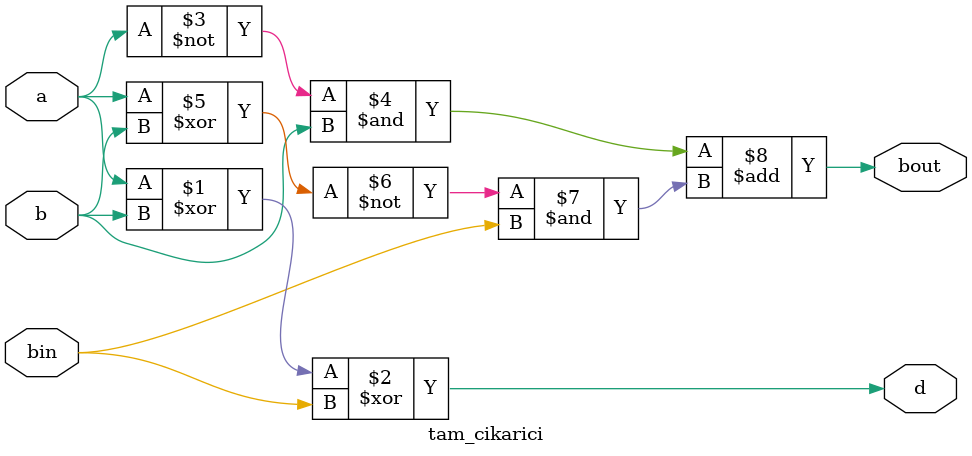
<source format=v>
`timescale 1ns / 1ps

module tam_cikarici(
    input a,b,bin,
    output d,bout
    );
    
    assign d=(a^b)^bin;
    assign bout=(~a&b)+(~(a^b)&bin);
endmodule

</source>
